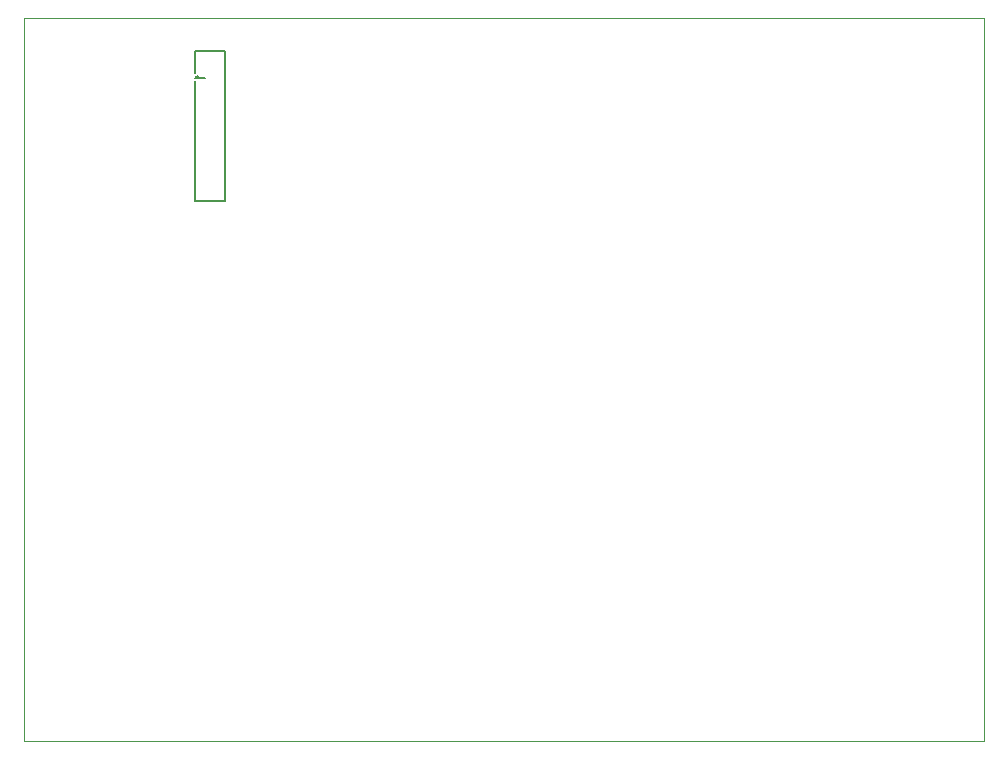
<source format=gbr>
G04 Generated by Ultiboard 14.2 *
%FSLAX25Y25*%
%MOIN*%

%ADD10C,0.00001*%
%ADD11C,0.00800*%
%ADD12C,0.00004*%


G04 ColorRGB FF14FF for the following layer *
%LNSilkscreen Bottom*%
%LPD*%
G54D10*
G54D11*
X58000Y180000D02*
X58000Y220000D01*
X58000Y222500D02*
X58000Y230000D01*
X68000Y230000D01*
X58000Y220833D02*
X61333Y220833D01*
X58833Y221667D02*
X58000Y220833D01*
X58000Y180000D02*
X68000Y180000D01*
X68000Y230000D01*
G54D12*
X998Y0D02*
X321000Y0D01*
X321000Y241000D01*
X998Y241000D01*
X998Y0D01*

M02*

</source>
